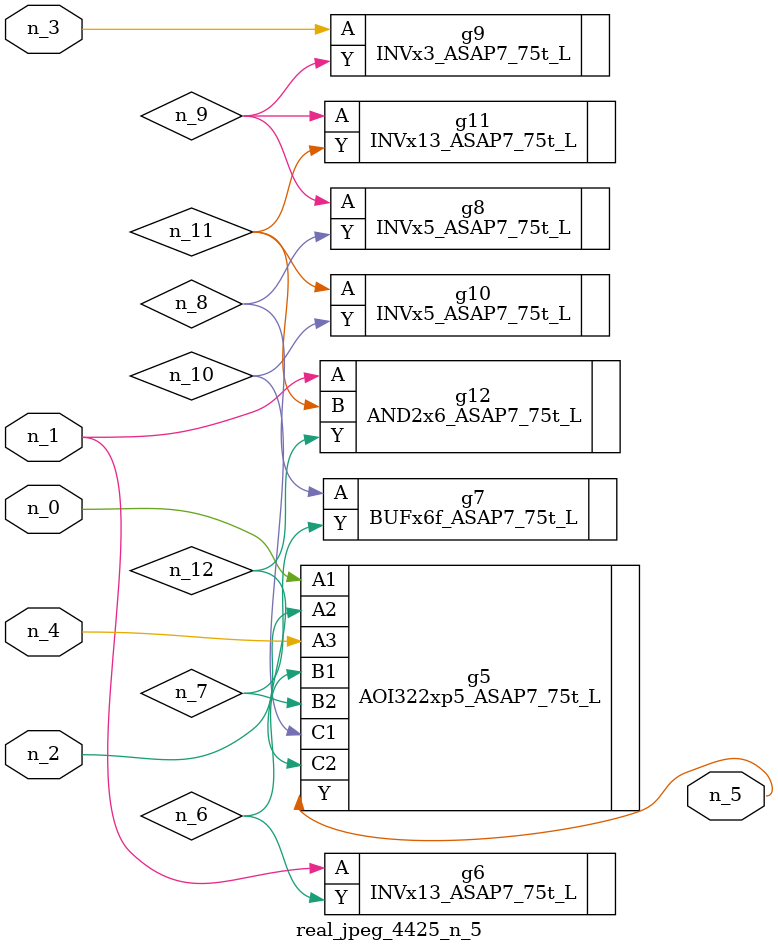
<source format=v>
module real_jpeg_4425_n_5 (n_4, n_0, n_1, n_2, n_3, n_5);

input n_4;
input n_0;
input n_1;
input n_2;
input n_3;

output n_5;

wire n_12;
wire n_8;
wire n_11;
wire n_6;
wire n_7;
wire n_10;
wire n_9;

AOI322xp5_ASAP7_75t_L g5 ( 
.A1(n_0),
.A2(n_2),
.A3(n_4),
.B1(n_6),
.B2(n_7),
.C1(n_10),
.C2(n_12),
.Y(n_5)
);

INVx13_ASAP7_75t_L g6 ( 
.A(n_1),
.Y(n_6)
);

AND2x6_ASAP7_75t_L g12 ( 
.A(n_1),
.B(n_11),
.Y(n_12)
);

INVx3_ASAP7_75t_L g9 ( 
.A(n_3),
.Y(n_9)
);

BUFx6f_ASAP7_75t_L g7 ( 
.A(n_8),
.Y(n_7)
);

INVx5_ASAP7_75t_L g8 ( 
.A(n_9),
.Y(n_8)
);

INVx13_ASAP7_75t_L g11 ( 
.A(n_9),
.Y(n_11)
);

INVx5_ASAP7_75t_L g10 ( 
.A(n_11),
.Y(n_10)
);


endmodule
</source>
